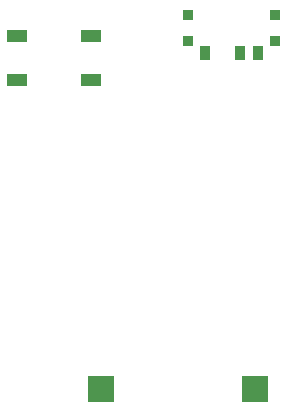
<source format=gbr>
G04 #@! TF.GenerationSoftware,KiCad,Pcbnew,(5.1.9)-1*
G04 #@! TF.CreationDate,2021-02-07T16:45:38-06:00*
G04 #@! TF.ProjectId,4x4_CNC_encoder_PCB,3478345f-434e-4435-9f65-6e636f646572,rev?*
G04 #@! TF.SameCoordinates,Original*
G04 #@! TF.FileFunction,Paste,Bot*
G04 #@! TF.FilePolarity,Positive*
%FSLAX46Y46*%
G04 Gerber Fmt 4.6, Leading zero omitted, Abs format (unit mm)*
G04 Created by KiCad (PCBNEW (5.1.9)-1) date 2021-02-07 16:45:38*
%MOMM*%
%LPD*%
G01*
G04 APERTURE LIST*
%ADD10R,0.900000X0.900000*%
%ADD11R,0.900000X1.250000*%
%ADD12R,2.300000X2.300000*%
%ADD13R,1.800000X1.100000*%
G04 APERTURE END LIST*
D10*
X128700000Y-61400000D03*
X128700000Y-63600000D03*
X121300000Y-63600000D03*
X121300000Y-61400000D03*
D11*
X122750000Y-64575000D03*
X127250000Y-64575000D03*
X125750000Y-64575000D03*
D12*
X114000000Y-93000000D03*
X127000000Y-93000000D03*
D13*
X113100000Y-63150000D03*
X106900000Y-63150000D03*
X113100000Y-66850000D03*
X106900000Y-66850000D03*
M02*

</source>
